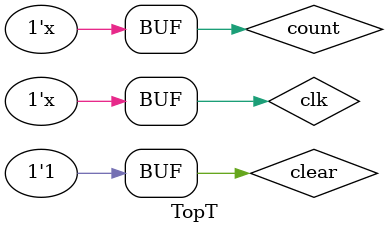
<source format=v>
`timescale 1ns / 1ps


module TopT;

	// Inputs
	reg count;
	reg clk;
	reg clear;

	// Outputs
	wire [3:0] q;

	// Instantiate the Unit Under Test (UUT)
	SynchCount uut (
		.count(count), 
		.clk(clk), 
		.clear(clear), 
		.q(q)
	);

	initial begin
		// Initialize Inputs
		count = 0;
		clk = 0;
		clear = 0;

		// Wait 100 ns for global reset to finish
		#100;clear=1;
   end
   always begin
	#10 clk=~clk;
	end
	
	always begin
	#50 count=~count;
	#10 count=~count;
	end
endmodule


</source>
